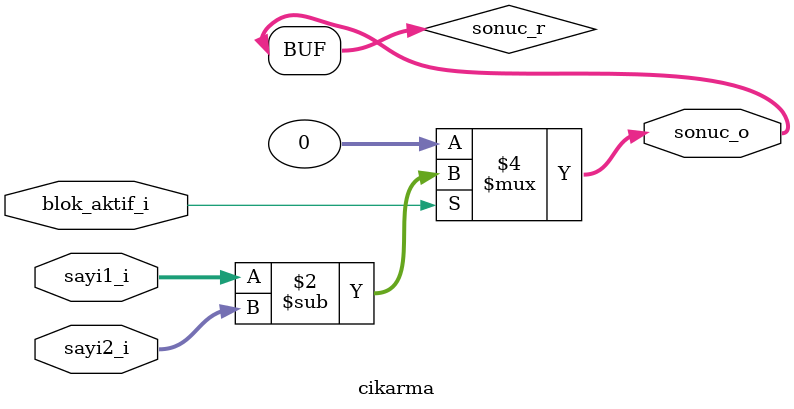
<source format=v>
`timescale 1ns / 1ps

module cikarma(
   input         blok_aktif_i,
   input  [31:0] sayi1_i,
   input  [31:0] sayi2_i,
   output [31:0] sonuc_o
);
    
   reg [31:0] sonuc_r;
   assign sonuc_o = sonuc_r;
   
   always @* begin
      if(blok_aktif_i) begin
         sonuc_r = sayi1_i - sayi2_i;
      end
      else begin
         sonuc_r = 32'd0;
      end
   end
    
endmodule

</source>
